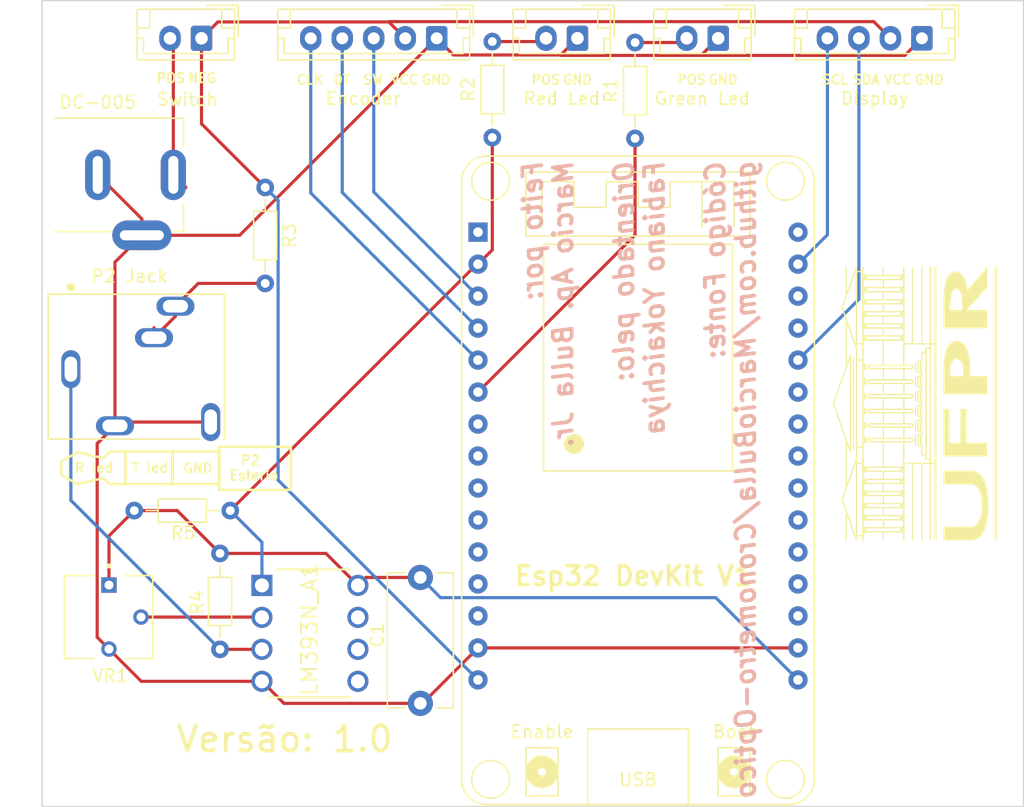
<source format=kicad_pcb>
(kicad_pcb (version 20211014) (generator pcbnew)
  (layers (0 "F.Cu" signal) (31 "B.Cu" signal) (34 "B.Paste" user) (35 "F.Paste" user) (36 "B.SilkS" user "B.Silkscreen") (37 "F.SilkS" user "F.Silkscreen") (38 "B.Mask" user) (39 "F.Mask" user) (44 "Edge.Cuts" user))
  (net 0 "")
  (net 1 "Net-(C1-Pad1)")
  (net 2 "GND")
  (net 3 "/SDA")
  (net 4 "/SCL")
  (net 5 "/SW")
  (net 6 "/DT")
  (net 7 "/CLK")
  (net 8 "/FUNC_LED")
  (net 9 "/PHOTODIODE")
  (net 10 "/D0")
  (net 19 "Net-(Esp32-Pad15)")
  (net 31 "Net-(LM393N_A1-Pad2)")
  (net 32 "Net-(P2jack1-Pad3)")
  (net 33 "Net-(Esp32-Pad6)")
  (net 34 "Net-(R2-Pad2)")
  (net 35 "Net-(switch1-Pad2)")
  (footprint "MyFootprints:CUI_SJ1-3515N" (layer "F.Cu") (at 92.0228 97.8509)
    (fp_text reference "P2 Jack" (at 4.651 -7.3875 180) (layer "F.SilkS"))
    (fp_text value "SJ1-3515N" hide)
    (pad "1" thru_hole oval (at 0 0) (size 1.508 3.016) (drill oval 1 2) (layers *.Cu *.Mask) (net 9 "/PHOTODIODE"))
    (pad "2" thru_hole oval (at 3.5 4.5) (size 3.016 1.508) (drill oval 2 1) (layers *.Cu *.Mask) (net 2 "GND"))
    (pad "3" thru_hole oval (at 8.3 -5) (size 3.016 1.508) (drill oval 2 1) (layers *.Cu *.Mask) (net 32 "Net-(P2jack1-Pad3)"))
    (pad "4" thru_hole oval (at 11.1 4.2) (size 1.508 3.016) (drill oval 1 2) (layers *.Cu *.Mask) (net 2 "GND"))
    (pad "5" thru_hole oval (at 6.6 -2.5) (size 3.016 1.508) (drill oval 2 1) (layers *.Cu *.Mask) (net 32 "Net-(P2jack1-Pad3)"))
  )
  (footprint "MyFootprints:TRIM_3362P-1-103" (layer "F.Cu") (at 95.0482 117.5398 -90)
    (fp_text reference "VR1" (at 4.6736 -0.1016 180) (layer "F.SilkS") (effects (font (size 1.002756 1.002756))))
    (fp_text value "3362P-1-103" hide)
    (pad "1" thru_hole rect (at -2.54 0 270) (size 1.222 1.222) (drill 0.714) (layers *.Cu *.Mask) (net 1 "Net-(C1-Pad1)"))
    (pad "2" thru_hole circle (at 0 -2.54 270) (size 1.222 1.222) (drill 0.714) (layers *.Cu *.Mask) (net 31 "Net-(LM393N_A1-Pad2)"))
    (pad "3" thru_hole circle (at 2.54 0 270) (size 1.222 1.222) (drill 0.714) (layers *.Cu *.Mask) (net 2 "GND"))
  )
  (footprint "MyFootprints:LM393N" (layer "F.Cu") (at 110.9613 119.5464)
    (fp_text reference "LM393N_A1" (at 0 -1 90) (layer "F.SilkS") (effects (font (size 1.25 1.25))))
    (fp_text value "LM393N1" hide)
    (pad "1" thru_hole rect (at -3.7719 -4.5212) (size 1.6764 1.6764) (drill 1.1176) (layers *.Cu *.Mask) (net 10 "/D0"))
    (pad "2" thru_hole circle (at -3.7719 -1.9812) (size 1.6764 1.6764) (drill 1.1176) (layers *.Cu *.Mask) (net 31 "Net-(LM393N_A1-Pad2)"))
    (pad "3" thru_hole circle (at -3.7719 0.5588) (size 1.6764 1.6764) (drill 1.1176) (layers *.Cu *.Mask) (net 9 "/PHOTODIODE"))
    (pad "4" thru_hole circle (at -3.7719 3.0988) (size 1.6764 1.6764) (drill 1.1176) (layers *.Cu *.Mask) (net 2 "GND"))
    (pad "5" thru_hole circle (at 3.8481 3.0988) (size 1.6764 1.6764) (drill 1.1176) (layers *.Cu *.Mask))
    (pad "6" thru_hole circle (at 3.8481 0.5588) (size 1.6764 1.6764) (drill 1.1176) (layers *.Cu *.Mask))
    (pad "7" thru_hole circle (at 3.8481 -1.9812) (size 1.6764 1.6764) (drill 1.1176) (layers *.Cu *.Mask))
    (pad "8" thru_hole circle (at 3.8481 -4.5212) (size 1.6764 1.6764) (drill 1.1176) (layers *.Cu *.Mask) (net 1 "Net-(C1-Pad1)"))
  )
  (footprint "MountingHole:MountingHole_2.2mm_M2" (layer "F.Cu") (at 162.56 127)
    (fp_text reference "Furo Inferior2" hide)
    (fp_text value "MountingHole_2.2mm_M2" hide)
    (pad "" np_thru_hole circle (at 0 0) (size 2.2 2.2) (drill 2.2) (layers *.Cu *.Mask))
  )
  (footprint "Resistor_THT:R_Axial_DIN0204_L3.6mm_D1.6mm_P7.62mm_Horizontal" (layer "F.Cu") (at 104.6748 109.0816 180)
    (fp_text reference "R5" (at 3.7338 -1.778) (layer "F.SilkS"))
    (fp_text value "100" hide)
    (pad "1" thru_hole circle (at 0 0 180) (size 1.4 1.4) (drill 0.7) (layers *.Cu *.Mask) (net 10 "/D0"))
    (pad "2" thru_hole oval (at 7.62 0 180) (size 1.4 1.4) (drill 0.7) (layers *.Cu *.Mask) (net 1 "Net-(C1-Pad1)"))
  )
  (footprint "Connector_JST:JST_EH_B2B-EH-A_1x02_P2.50mm_Vertical" (layer "F.Cu") (at 143.404675 71.5724 180)
    (fp_text reference "Green Led" (at 1.25 -4.78) (layer "F.SilkS"))
    (fp_text value "Conn_01x02_Female" hide)
    (pad "1" thru_hole roundrect (at 0 0 180) (size 1.7 2) (drill 1) (layers *.Cu *.Mask) (roundrect_rratio 0.1470588235) (net 2 "GND"))
    (pad "2" thru_hole oval (at 2.5 0 180) (size 1.7 2) (drill 1) (layers *.Cu *.Mask) (net 8 "/FUNC_LED"))
  )
  (footprint "Connector_JST:JST_EH_B4B-EH-A_1x04_P2.50mm_Vertical" (layer "F.Cu") (at 159.5753 71.5724 180)
    (fp_text reference "Display" (at 3.75 -4.78) (layer "F.SilkS"))
    (fp_text value "Conn_01x04_Female" hide)
    (pad "1" thru_hole roundrect (at 0 0 180) (size 1.7 1.95) (drill 0.95) (layers *.Cu *.Mask) (roundrect_rratio 0.1470588235) (net 2 "GND"))
    (pad "2" thru_hole oval (at 2.5 0 180) (size 1.7 1.95) (drill 0.95) (layers *.Cu *.Mask) (net 19 "Net-(Esp32-Pad15)"))
    (pad "3" thru_hole oval (at 5 0 180) (size 1.7 1.95) (drill 0.95) (layers *.Cu *.Mask) (net 3 "/SDA"))
    (pad "4" thru_hole oval (at 7.5 0 180) (size 1.7 1.95) (drill 0.95) (layers *.Cu *.Mask) (net 4 "/SCL"))
  )
  (footprint "MyFootprints:NINIGI_DC-005" (layer "F.Cu") (at 96.4478 82.4184)
    (fp_text reference "DC-005" (at -2.29 -5.7612) (layer "F.SilkS"))
    (fp_text value "DC-005" hide)
    (pad "2" thru_hole oval (at 1.21 4.8) (size 4.7 2.35) (drill oval 3.5 0.8) (layers *.Cu *.Mask) (net 2 "GND"))
    (pad "3" thru_hole oval (at -2.29 0) (size 2 4) (drill oval 0.8 3) (layers *.Cu *.Mask) (net 2 "GND"))
    (pad "4" thru_hole oval (at 3.71 0) (size 2 4) (drill oval 0.8 3) (layers *.Cu *.Mask) (net 35 "Net-(switch1-Pad2)"))
  )
  (footprint "MountingHole:MountingHole_2.2mm_M2" (layer "F.Cu") (at 162.56 81.28)
    (fp_text reference "Furo Superior" hide)
    (fp_text value "MountingHole_2.2mm_M2" hide)
    (pad "" np_thru_hole circle (at 0 0) (size 2.2 2.2) (drill 2.2) (layers *.Cu *.Mask))
  )
  (footprint "Logo:UFPR" (layer "F.Cu") (at 158.74 100.84023 90)
    (fp_text reference "UFPR" hide)
    (fp_text value "UFPR" hide)
  )
  (footprint "ESP32_DevKit_V1_DOIT:esp32_devkit_v1_doit" (layer "F.Cu") (at 137.04 86.97)
    (fp_text reference "Esp32 DevKit V1" (at -0.381 27.305) (layer "F.SilkS") (effects (font (size 1.5 1.5) (thickness 0.3))))
    (fp_text value "ESP32_DevKit_V1_DOIT")
    (fp_text user "USB" (at 0 43.49) (layer "F.SilkS"))
    (fp_text user "Enable" (at -7.62 39.68) (layer "F.SilkS"))
    (fp_text user "Boot" (at 7.62 39.68) (layer "F.SilkS"))
    (pad "1" thru_hole rect locked (at -12.7 0) (size 1.524 1.524) (drill 0.762) (layers *.Cu *.Mask))
    (pad "2" thru_hole circle locked (at -12.7 2.54) (size 1.524 1.524) (drill 0.762) (layers *.Cu *.Mask) (net 10 "/D0"))
    (pad "3" thru_hole circle locked (at -12.7 5.08) (size 1.524 1.524) (drill 0.762) (layers *.Cu *.Mask) (net 5 "/SW"))
    (pad "4" thru_hole circle locked (at -12.7 7.62) (size 1.524 1.524) (drill 0.762) (layers *.Cu *.Mask) (net 6 "/DT"))
    (pad "5" thru_hole circle locked (at -12.7 10.16) (size 1.524 1.524) (drill 0.762) (layers *.Cu *.Mask) (net 7 "/CLK"))
    (pad "6" thru_hole circle locked (at -12.7 12.7) (size 1.524 1.524) (drill 0.762) (layers *.Cu *.Mask) (net 33 "Net-(Esp32-Pad6)"))
    (pad "7" thru_hole circle locked (at -12.7 15.24) (size 1.524 1.524) (drill 0.762) (layers *.Cu *.Mask))
    (pad "8" thru_hole circle locked (at -12.7 17.78) (size 1.524 1.524) (drill 0.762) (layers *.Cu *.Mask))
    (pad "9" thru_hole circle locked (at -12.7 20.32) (size 1.524 1.524) (drill 0.762) (layers *.Cu *.Mask))
    (pad "10" thru_hole circle locked (at -12.7 22.86) (size 1.524 1.524) (drill 0.762) (layers *.Cu *.Mask))
    (pad "11" thru_hole circle locked (at -12.7 25.4) (size 1.524 1.524) (drill 0.762) (layers *.Cu *.Mask))
    (pad "12" thru_hole circle locked (at -12.7 27.94) (size 1.524 1.524) (drill 0.762) (layers *.Cu *.Mask))
    (pad "13" thru_hole circle locked (at -12.7 30.48) (size 1.524 1.524) (drill 0.762) (layers *.Cu *.Mask))
    (pad "14" thru_hole circle locked (at -12.7 33.02) (size 1.524 1.524) (drill 0.762) (layers *.Cu *.Mask) (net 2 "GND"))
    (pad "15" thru_hole circle locked (at -12.7 35.56) (size 1.524 1.524) (drill 0.762) (layers *.Cu *.Mask) (net 19 "Net-(Esp32-Pad15)"))
    (pad "16" thru_hole circle locked (at 12.7 35.56) (size 1.524 1.524) (drill 0.762) (layers *.Cu *.Mask) (net 1 "Net-(C1-Pad1)"))
    (pad "17" thru_hole circle locked (at 12.7 33.02) (size 1.524 1.524) (drill 0.762) (layers *.Cu *.Mask) (net 2 "GND"))
    (pad "18" thru_hole circle locked (at 12.7 30.48) (size 1.524 1.524) (drill 0.762) (layers *.Cu *.Mask))
    (pad "19" thru_hole circle locked (at 12.7 27.94) (size 1.524 1.524) (drill 0.762) (layers *.Cu *.Mask))
    (pad "20" thru_hole circle locked (at 12.7 25.4) (size 1.524 1.524) (drill 0.762) (layers *.Cu *.Mask))
    (pad "21" thru_hole circle locked (at 12.7 22.86) (size 1.524 1.524) (drill 0.762) (layers *.Cu *.Mask))
    (pad "22" thru_hole circle locked (at 12.7 20.32) (size 1.524 1.524) (drill 0.762) (layers *.Cu *.Mask))
    (pad "23" thru_hole circle locked (at 12.7 17.78) (size 1.524 1.524) (drill 0.762) (layers *.Cu *.Mask))
    (pad "24" thru_hole circle locked (at 12.7 15.24) (size 1.524 1.524) (drill 0.762) (layers *.Cu *.Mask))
    (pad "25" thru_hole circle locked (at 12.7 12.7) (size 1.524 1.524) (drill 0.762) (layers *.Cu *.Mask))
    (pad "26" thru_hole circle locked (at 12.7 10.16) (size 1.524 1.524) (drill 0.762) (layers *.Cu *.Mask) (net 3 "/SDA"))
    (pad "27" thru_hole circle locked (at 12.7 7.62) (size 1.524 1.524) (drill 0.762) (layers *.Cu *.Mask))
    (pad "28" thru_hole circle locked (at 12.7 5.08) (size 1.524 1.524) (drill 0.762) (layers *.Cu *.Mask))
    (pad "29" thru_hole circle locked (at 12.7 2.54) (size 1.524 1.524) (drill 0.762) (layers *.Cu *.Mask) (net 4 "/SCL"))
    (pad "30" thru_hole circle locked (at 12.7 0) (size 1.524 1.524) (drill 0.762) (layers *.Cu *.Mask))
  )
  (footprint "Resistor_THT:R_Axial_DIN0204_L3.6mm_D1.6mm_P7.62mm_Horizontal" (layer "F.Cu") (at 103.862 112.4852 -90)
    (fp_text reference "R4" (at 3.8862 1.8034 90) (layer "F.SilkS"))
    (fp_text value "10k" hide)
    (pad "1" thru_hole circle (at 0 0 270) (size 1.4 1.4) (drill 0.7) (layers *.Cu *.Mask) (net 1 "Net-(C1-Pad1)"))
    (pad "2" thru_hole oval (at 7.62 0 270) (size 1.4 1.4) (drill 0.7) (layers *.Cu *.Mask) (net 9 "/PHOTODIODE"))
  )
  (footprint "MountingHole:MountingHole_2.2mm_M2" (layer "F.Cu") (at 110.4678 96.1784)
    (fp_text reference "Furo Central" hide)
    (fp_text value "MountingHole_2.2mm_M2" hide)
    (pad "" np_thru_hole circle (at 0 0) (size 2.2 2.2) (drill 2.2) (layers *.Cu *.Mask))
  )
  (footprint "Resistor_THT:R_Axial_DIN0204_L3.6mm_D1.6mm_P7.62mm_Horizontal" (layer "F.Cu") (at 107.4478 83.4184 -90)
    (fp_text reference "R3" (at 3.81 -1.92 -90) (layer "F.SilkS"))
    (fp_text value "100" hide)
    (pad "1" thru_hole circle (at 0 0 270) (size 1.4 1.4) (drill 0.7) (layers *.Cu *.Mask) (net 19 "Net-(Esp32-Pad15)"))
    (pad "2" thru_hole oval (at 7.62 0 270) (size 1.4 1.4) (drill 0.7) (layers *.Cu *.Mask) (net 32 "Net-(P2jack1-Pad3)"))
  )
  (footprint "Connector_JST:JST_EH_B2B-EH-A_1x02_P2.50mm_Vertical" (layer "F.Cu") (at 132.23405 71.5724 180)
    (fp_text reference "Red Led" (at 1.25 -4.78) (layer "F.SilkS"))
    (fp_text value "Conn_01x02_Female" hide)
    (pad "1" thru_hole roundrect (at 0 0 180) (size 1.7 2) (drill 1) (layers *.Cu *.Mask) (roundrect_rratio 0.1470588235) (net 2 "GND"))
    (pad "2" thru_hole oval (at 2.5 0 180) (size 1.7 2) (drill 1) (layers *.Cu *.Mask) (net 34 "Net-(R2-Pad2)"))
  )
  (footprint "Connector_JST:JST_EH_B5B-EH-A_1x05_P2.50mm_Vertical" (layer "F.Cu") (at 121.063425 71.5724 180)
    (fp_text reference "Encoder" (at 5.842 -4.78) (layer "F.SilkS"))
    (fp_text value "Conn_01x05_Female" hide)
    (pad "1" thru_hole roundrect (at 0 0 180) (size 1.7 1.95) (drill 0.95) (layers *.Cu *.Mask) (roundrect_rratio 0.1470588235) (net 2 "GND"))
    (pad "2" thru_hole oval (at 2.5 0 180) (size 1.7 1.95) (drill 0.95) (layers *.Cu *.Mask) (net 19 "Net-(Esp32-Pad15)"))
    (pad "3" thru_hole oval (at 5 0 180) (size 1.7 1.95) (drill 0.95) (layers *.Cu *.Mask) (net 5 "/SW"))
    (pad "4" thru_hole oval (at 7.5 0 180) (size 1.7 1.95) (drill 0.95) (layers *.Cu *.Mask) (net 6 "/DT"))
    (pad "5" thru_hole oval (at 10 0 180) (size 1.7 1.95) (drill 0.95) (layers *.Cu *.Mask) (net 7 "/CLK"))
  )
  (footprint "Capacitor_THT:C_Disc_D10.5mm_W5.0mm_P10.00mm" (layer "F.Cu") (at 119.7624 114.394 -90)
    (fp_text reference "C1" (at 4.5936 3.429 -90) (layer "F.SilkS"))
    (fp_text value "104k" hide)
    (pad "1" thru_hole circle (at 0 0 270) (size 2 2) (drill 1) (layers *.Cu *.Mask) (net 1 "Net-(C1-Pad1)"))
    (pad "2" thru_hole circle (at 10 0 270) (size 2 2) (drill 1) (layers *.Cu *.Mask) (net 2 "GND"))
  )
  (footprint "Resistor_THT:R_Axial_DIN0204_L3.6mm_D1.6mm_P7.62mm_Horizontal" (layer "F.Cu") (at 125.476 79.4512 90)
    (fp_text reference "R2" (at 3.81 -1.92 90) (layer "F.SilkS"))
    (fp_text value "100" hide)
    (pad "1" thru_hole circle (at 0 0 90) (size 1.4 1.4) (drill 0.7) (layers *.Cu *.Mask) (net 10 "/D0"))
    (pad "2" thru_hole oval (at 7.62 0 90) (size 1.4 1.4) (drill 0.7) (layers *.Cu *.Mask) (net 34 "Net-(R2-Pad2)"))
  )
  (footprint "Resistor_THT:R_Axial_DIN0204_L3.6mm_D1.6mm_P7.62mm_Horizontal" (layer "F.Cu") (at 136.8044 79.5274 90)
    (fp_text reference "R1" (at 3.81 -1.92 90) (layer "F.SilkS"))
    (fp_text value "100" hide)
    (pad "1" thru_hole circle (at 0 0 90) (size 1.4 1.4) (drill 0.7) (layers *.Cu *.Mask) (net 33 "Net-(Esp32-Pad6)"))
    (pad "2" thru_hole oval (at 7.62 0 90) (size 1.4 1.4) (drill 0.7) (layers *.Cu *.Mask) (net 8 "/FUNC_LED"))
  )
  (footprint "MountingHole:MountingHole_2.2mm_M2" (layer "F.Cu") (at 94.82 127)
    (fp_text reference "Furo Inferior1" hide)
    (fp_text value "MountingHole_2.2mm_M2" hide)
    (pad "" np_thru_hole circle (at 0 0) (size 2.2 2.2) (drill 2.2) (layers *.Cu *.Mask))
  )
  (footprint "Connector_JST:JST_EH_B2B-EH-A_1x02_P2.50mm_Vertical" (layer "F.Cu") (at 102.3928 71.5724 180)
    (fp_text reference "Switch" (at 1.123 -4.8562) (layer "F.SilkS"))
    (fp_text value "Conn_01x02_Female" hide)
    (pad "1" thru_hole roundrect (at 0 0 180) (size 1.7 2) (drill 1) (layers *.Cu *.Mask) (roundrect_rratio 0.147059) (net 19 "Net-(Esp32-Pad15)"))
    (pad "2" thru_hole oval (at 2.5 0 180) (size 1.7 2) (drill 1) (layers *.Cu *.Mask) (net 35 "Net-(switch1-Pad2)"))
  )
  (footprint "simbolos:P2_3poles" (layer "F.Cu") (at 100.203 105.8164)
    (fp_text reference "P2 3poles" hide)
    (fp_text value "LOGO" hide)
  )
  (gr_rect (start 89.74 68.58) (end 167.64 132.588) (layer "Edge.Cuts") (width 0.1) (fill none))
  (gr_text "Feito por: \nMarcio Ap. Bulla Jr.\n\nOrientado pelo:\nFabiano Yokaichiya\n\nCódigo Fonte: \ngithub.com/MarcioBulla/Cronometro-Optico\n" (at 137.1346 81.1022 90) (layer "B.SilkS") (effects (font (size 1.5 1.5) (thickness 0.3) italic) (justify left mirror)))
  (gr_text "GND" (at 160.1595 74.855) (layer "F.SilkS") (effects (font (size 0.75 0.75))))
  (gr_text "Versão: 1.0" (at 108.9914 127.2286) (layer "F.SilkS") (effects (font (size 2 2) (thickness 0.3))))
  (gr_text "P2 \nEsterio" (at 106.553 105.6894) (layer "F.SilkS") (effects (font (size 0.75 0.75))))
  (gr_text "T led" (at 98.298 105.6894) (layer "F.SilkS") (effects (font (size 0.75 0.75))))
  (gr_text "POS" (at 141.286332 74.855) (layer "F.SilkS") (effects (font (size 0.75 0.75))))
  (gr_text "GND" (at 132.225122 74.855) (layer "F.SilkS") (effects (font (size 0.75 0.75))))
  (gr_text "POS" (at 129.725122 74.855) (layer "F.SilkS") (effects (font (size 0.75 0.75))))
  (gr_text "GND" (at 143.786332 74.855) (layer "F.SilkS") (effects (font (size 0.75 0.75))))
  (gr_text "DT" (at 113.518782 74.855) (layer "F.SilkS") (effects (font (size 0.75 0.75))))
  (gr_text "VCC" (at 157.6595 74.855) (layer "F.SilkS") (effects (font (size 0.75 0.75))))
  (gr_text "NEG\n" (at 102.449 74.7268) (layer "F.SilkS") (effects (font (size 0.75 0.75))))
  (gr_text "R led" (at 93.853 105.6894) (layer "F.SilkS") (effects (font (size 0.75 0.75))))
  (gr_text "VCC" (at 118.518782 74.855) (layer "F.SilkS") (effects (font (size 0.75 0.75))))
  (gr_text "GND" (at 102.108 105.7275) (layer "F.SilkS") (effects (font (size 0.75 0.75))))
  (gr_text "POS" (at 99.949 74.7268) (layer "F.SilkS") (effects (font (size 0.75 0.75))))
  (gr_text "SDA" (at 155.1595 74.855) (layer "F.SilkS") (effects (font (size 0.75 0.75))))
  (gr_text "CLK" (at 111.018782 74.855) (layer "F.SilkS") (effects (font (size 0.75 0.75))))
  (gr_text "SCL" (at 152.6595 74.855) (layer "F.SilkS") (effects (font (size 0.75 0.75))))
  (gr_text "SW\n" (at 116.018782 74.855) (layer "F.SilkS") (effects (font (size 0.75 0.75))))
  (gr_text "GND" (at 121.018782 74.855) (layer "F.SilkS") (effects (font (size 0.75 0.75))))
  (segment (start 95.0482 111.0882) (end 97.0548 109.0816) (width 0.25) (layer "F.Cu") (net 1))
  (segment (start 97.0548 109.0816) (end 100.4584 109.0816) (width 0.25) (layer "F.Cu") (net 1))
  (segment (start 119.1312 115.0252) (end 119.7624 114.394) (width 0.25) (layer "F.Cu") (net 1))
  (segment (start 119.7624 114.394) (end 115.4406 114.394) (width 0.25) (layer "F.Cu") (net 1))
  (segment (start 103.862 112.4852) (end 112.2694 112.4852) (width 0.25) (layer "F.Cu") (net 1))
  (segment (start 112.2694 112.4852) (end 114.8094 115.0252) (width 0.25) (layer "F.Cu") (net 1))
  (segment (start 115.4406 114.394) (end 114.8094 115.0252) (width 0.25) (layer "F.Cu") (net 1))
  (segment (start 95.0482 114.9998) (end 95.0482 111.0882) (width 0.25) (layer "F.Cu") (net 1))
  (segment (start 100.4584 109.0816) (end 103.862 112.4852) (width 0.25) (layer "F.Cu") (net 1))
  (segment (start 121.3654 115.997) (end 143.207 115.997) (width 0.25) (layer "B.Cu") (net 1))
  (segment (start 143.207 115.997) (end 149.74 122.53) (width 0.25) (layer "B.Cu") (net 1))
  (segment (start 119.7624 114.394) (end 121.3654 115.997) (width 0.25) (layer "B.Cu") (net 1))
  (segment (start 119.1312 115.0252) (end 119.7624 114.394) (width 0.25) (layer "B.Cu") (net 1))
  (segment (start 130.90905 72.8974) (end 132.23405 71.5724) (width 0.25) (layer "F.Cu") (net 2))
  (segment (start 94.1578 82.4184) (end 97.6578 85.9184) (width 0.25) (layer "F.Cu") (net 2))
  (segment (start 95.5228 89.3534) (end 97.6578 87.2184) (width 0.25) (layer "F.Cu") (net 2))
  (segment (start 94.1122 119.1438) (end 95.0482 120.0798) (width 0.25) (layer "F.Cu") (net 2))
  (segment (start 124.34 119.99) (end 149.74 119.99) (width 0.25) (layer "F.Cu") (net 2))
  (segment (start 94.1578 82.4184) (end 94.1578 83.7184) (width 0.25) (layer "F.Cu") (net 2))
  (segment (start 159.5753 71.5724) (end 158.2153 72.9324) (width 0.25) (layer "F.Cu") (net 2))
  (segment (start 97.6578 85.9184) (end 97.6578 87.2184) (width 0.25) (layer "F.Cu") (net 2))
  (segment (start 102.8228 102.3509) (end 103.1228 102.0509) (width 0.25) (layer "F.Cu") (net 2))
  (segment (start 105.417425 87.2184) (end 121.063425 71.5724) (width 0.25) (layer "F.Cu") (net 2))
  (segment (start 130.90905 72.8974) (end 130.94405 72.9324) (width 0.25) (layer "F.Cu") (net 2))
  (segment (start 130.94405 72.9324) (end 142.044675 72.9324) (width 0.25) (layer "F.Cu") (net 2))
  (segment (start 158.2153 72.9324) (end 142.044675 72.9324) (width 0.25) (layer "F.Cu") (net 2))
  (segment (start 94.1122 103.7615) (end 94.1122 119.1438) (width 0.25) (layer "F.Cu") (net 2))
  (segment (start 119.936 124.394) (end 119.7624 124.394) (width 0.25) (layer "F.Cu") (net 2))
  (segment (start 103.1228 102.0509) (end 95.8228 102.0509) (width 0.25) (layer "F.Cu") (net 2))
  (segment (start 124.34 119.99) (end 119.936 124.394) (width 0.25) (layer "F.Cu") (net 2))
  (segment (start 95.0482 120.0798) (end 97.6136 122.6452) (width 0.25) (layer "F.Cu") (net 2))
  (segment (start 124.1664 119.99) (end 124.34 119.99) (width 0.25) (layer "F.Cu") (net 2))
  (segment (start 124.0056 119.6556) (end 124.34 119.99) (width 0.25) (layer "F.Cu") (net 2))
  (segment (start 122.388425 72.8974) (end 130.90905 72.8974) (width 0.25) (layer "F.Cu") (net 2))
  (segment (start 95.8228 102.0509) (end 95.5228 102.3509) (width 0.25) (layer "F.Cu") (net 2))
  (segment (start 142.044675 72.9324) (end 143.404675 71.5724) (width 0.25) (layer "F.Cu") (net 2))
  (segment (start 97.6578 87.2184) (end 105.417425 87.2184) (width 0.25) (layer "F.Cu") (net 2))
  (segment (start 95.5228 102.3509) (end 94.1122 103.7615) (width 0.25) (layer "F.Cu") (net 2))
  (segment (start 107.1894 122.6452) (end 108.9382 124.394) (width 0.25) (layer "F.Cu") (net 2))
  (segment (start 121.063425 71.5724) (end 122.388425 72.8974) (width 0.25) (layer "F.Cu") (net 2))
  (segment (start 97.6136 122.6452) (end 107.1894 122.6452) (width 0.25) (layer "F.Cu") (net 2))
  (segment (start 95.5228 102.3509) (end 95.5228 89.3534) (width 0.25) (layer "F.Cu") (net 2))
  (segment (start 108.9382 124.394) (end 119.7624 124.394) (width 0.25) (layer "F.Cu") (net 2))
  (segment (start 124.1664 119.99) (end 124.34 119.99) (width 0.25) (layer "B.Cu") (net 2))
  (segment (start 154.5753 92.2947) (end 149.74 97.13) (width 0.25) (layer "B.Cu") (net 3))
  (segment (start 154.5753 71.5724) (end 154.5753 92.2947) (width 0.25) (layer "B.Cu") (net 3))
  (segment (start 152.0753 71.5724) (end 152.0753 87.1747) (width 0.25) (layer "B.Cu") (net 4))
  (segment (start 152.0753 87.1747) (end 149.74 89.51) (width 0.25) (layer "B.Cu") (net 4))
  (segment (start 116.063425 71.5724) (end 116.063425 83.773425) (width 0.25) (layer "B.Cu") (net 5))
  (segment (start 116.063425 83.773425) (end 124.34 92.05) (width 0.25) (layer "B.Cu") (net 5))
  (segment (start 113.563425 83.813425) (end 124.34 94.59) (width 0.25) (layer "B.Cu") (net 6))
  (segment (start 113.563425 71.5724) (end 113.563425 83.813425) (width 0.25) (layer "B.Cu") (net 6))
  (segment (start 111.063425 71.5724) (end 111.063425 83.853425) (width 0.25) (layer "B.Cu") (net 7))
  (segment (start 111.063425 83.853425) (end 124.34 97.13) (width 0.25) (layer "B.Cu") (net 7))
  (segment (start 136.877 71.98) (end 136.8044 71.9074) (width 0.25) (layer "F.Cu") (net 8))
  (segment (start 136.8044 71.9074) (end 140.569675 71.9074) (width 0.25) (layer "F.Cu") (net 8))
  (segment (start 140.569675 71.9074) (end 140.904675 71.5724) (width 0.25) (layer "F.Cu") (net 8))
  (segment (start 107.1894 120.1052) (end 103.862 120.1052) (width 0.25) (layer "F.Cu") (net 9))
  (segment (start 92.0228 108.266) (end 103.862 120.1052) (width 0.25) (layer "B.Cu") (net 9))
  (segment (start 92.0228 97.8509) (end 92.0228 108.266) (width 0.25) (layer "B.Cu") (net 9))
  (segment (start 104.6748 109.0816) (end 124.2464 89.51) (width 0.25) (layer "F.Cu") (net 10))
  (segment (start 124.2464 89.51) (end 124.34 89.51) (width 0.25) (layer "F.Cu") (net 10))
  (segment (start 125.476 88.374) (end 124.34 89.51) (width 0.25) (layer "F.Cu") (net 10))
  (segment (start 125.476 79.4512) (end 125.476 88.374) (width 0.25) (layer "F.Cu") (net 10))
  (segment (start 107.1894 115.0252) (end 107.1894 111.5962) (width 0.25) (layer "B.Cu") (net 10))
  (segment (start 107.1894 111.5962) (end 104.6748 109.0816) (width 0.25) (layer "B.Cu") (net 10))
  (segment (start 103.6928 70.2724) (end 117.263425 70.2724) (width 0.25) (layer "F.Cu") (net 19))
  (segment (start 102.3928 78.3634) (end 107.4478 83.4184) (width 0.25) (layer "F.Cu") (net 19))
  (segment (start 102.3928 71.5724) (end 102.3928 78.3634) (width 0.25) (layer "F.Cu") (net 19))
  (segment (start 102.3928 71.5724) (end 103.6928 70.2724) (width 0.25) (layer "F.Cu") (net 19))
  (segment (start 155.7503 70.2474) (end 157.0753 71.5724) (width 0.25) (layer "F.Cu") (net 19))
  (segment (start 117.288425 70.2474) (end 155.7503 70.2474) (width 0.25) (layer "F.Cu") (net 19))
  (segment (start 117.263425 70.2724) (end 118.563425 71.5724) (width 0.25) (layer "F.Cu") (net 19))
  (segment (start 117.263425 70.2724) (end 117.288425 70.2474) (width 0.25) (layer "F.Cu") (net 19))
  (segment (start 108.4728 106.6628) (end 108.4728 84.4434) (width 0.25) (layer "B.Cu") (net 19))
  (segment (start 108.4728 84.4434) (end 107.4478 83.4184) (width 0.25) (layer "B.Cu") (net 19))
  (segment (start 124.34 122.53) (end 108.4728 106.6628) (width 0.25) (layer "B.Cu") (net 19))
  (segment (start 97.5882 117.5398) (end 107.164 117.5398) (width 0.25) (layer "F.Cu") (net 31))
  (segment (start 107.164 117.5398) (end 107.1894 117.5652) (width 0.25) (layer "F.Cu") (net 31))
  (segment (start 107.4478 91.0384) (end 102.1353 91.0384) (width 0.25) (layer "F.Cu") (net 32))
  (segment (start 102.1353 91.0384) (end 100.3228 92.8509) (width 0.25) (layer "F.Cu") (net 32))
  (segment (start 98.6228 95.3509) (end 98.6228 94.5509) (width 0.25) (layer "F.Cu") (net 32))
  (segment (start 100.3228 92.8509) (end 100.3228 93.6509) (width 0.25) (layer "F.Cu") (net 32))
  (segment (start 100.3228 93.6509) (end 98.6228 95.3509) (width 0.25) (layer "F.Cu") (net 32))
  (segment (start 136.8044 87.2056) (end 124.34 99.67) (width 0.25) (layer "F.Cu") (net 33))
  (segment (start 136.8044 79.5274) (end 136.8044 87.2056) (width 0.25) (layer "F.Cu") (net 33))
  (segment (start 129.47525 71.8312) (end 129.73405 71.5724) (width 0.25) (layer "F.Cu") (net 34))
  (segment (start 125.476 71.8312) (end 129.47525 71.8312) (width 0.25) (layer "F.Cu") (net 34))
  (segment (start 101.1578 83.4184) (end 100.1578 82.4184) (width 0.25) (layer "F.Cu") (net 35))
  (segment (start 100.1578 82.4184) (end 100.1578 71.8374) (width 0.25) (layer "F.Cu") (net 35))
  (segment (start 100.1578 71.8374) (end 99.8928 71.5724) (width 0.25) (layer "F.Cu") (net 35))
)
</source>
